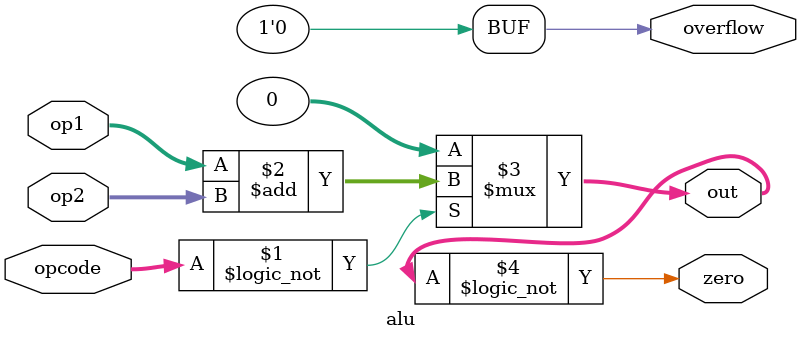
<source format=v>
`timescale 1ns / 1ps

module alu (
	input  wire [31:0] op1,
	input  wire [31:0] op2,
	input  wire [ 5:0] opcode,
	output wire [31:0] out,
	output wire overflow,
	output wire zero
);
    // assuem opcode == 0
	assign out = (opcode == 0) ? (op1 + op2) : 0;
	assign overflow = 0;
	assign zero = (out == 0);

endmodule

</source>
